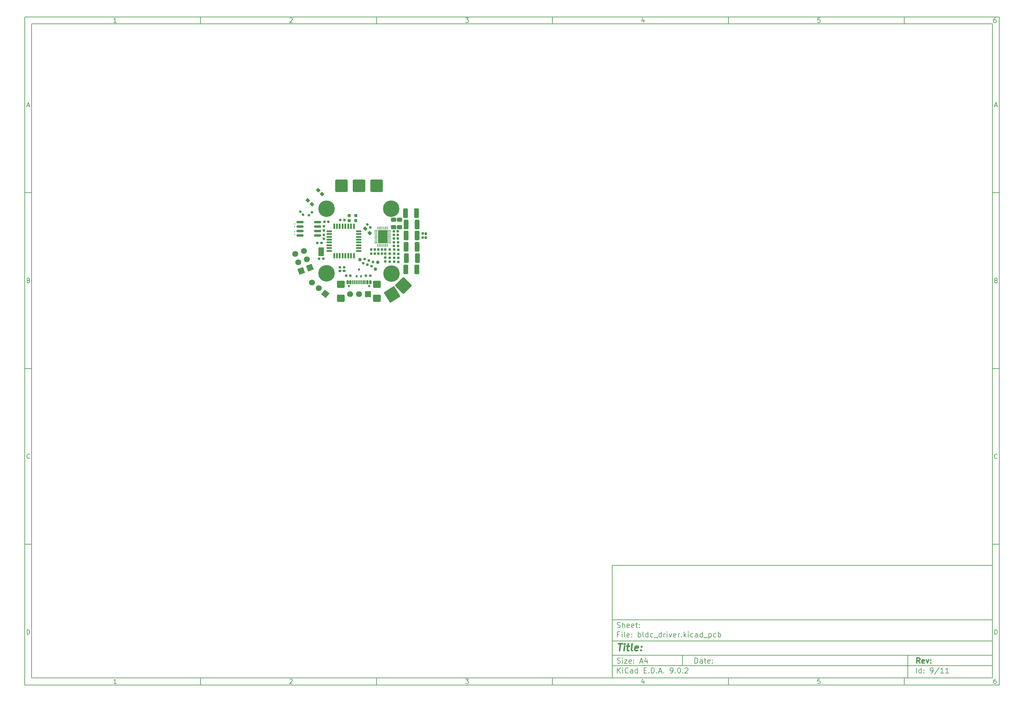
<source format=gbr>
%TF.GenerationSoftware,KiCad,Pcbnew,9.0.2-9.0.2-0~ubuntu22.04.1*%
%TF.CreationDate,2025-07-02T18:49:19+10:00*%
%TF.ProjectId,bldc_driver,626c6463-5f64-4726-9976-65722e6b6963,rev?*%
%TF.SameCoordinates,Original*%
%TF.FileFunction,Soldermask,Top*%
%TF.FilePolarity,Negative*%
%FSLAX46Y46*%
G04 Gerber Fmt 4.6, Leading zero omitted, Abs format (unit mm)*
G04 Created by KiCad (PCBNEW 9.0.2-9.0.2-0~ubuntu22.04.1) date 2025-07-02 18:49:19*
%MOMM*%
%LPD*%
G01*
G04 APERTURE LIST*
G04 Aperture macros list*
%AMRoundRect*
0 Rectangle with rounded corners*
0 $1 Rounding radius*
0 $2 $3 $4 $5 $6 $7 $8 $9 X,Y pos of 4 corners*
0 Add a 4 corners polygon primitive as box body*
4,1,4,$2,$3,$4,$5,$6,$7,$8,$9,$2,$3,0*
0 Add four circle primitives for the rounded corners*
1,1,$1+$1,$2,$3*
1,1,$1+$1,$4,$5*
1,1,$1+$1,$6,$7*
1,1,$1+$1,$8,$9*
0 Add four rect primitives between the rounded corners*
20,1,$1+$1,$2,$3,$4,$5,0*
20,1,$1+$1,$4,$5,$6,$7,0*
20,1,$1+$1,$6,$7,$8,$9,0*
20,1,$1+$1,$8,$9,$2,$3,0*%
%AMRotRect*
0 Rectangle, with rotation*
0 The origin of the aperture is its center*
0 $1 length*
0 $2 width*
0 $3 Rotation angle, in degrees counterclockwise*
0 Add horizontal line*
21,1,$1,$2,0,0,$3*%
%AMFreePoly0*
4,1,6,1.000000,0.000000,0.500000,-0.750000,-0.500000,-0.750000,-0.500000,0.750000,0.500000,0.750000,1.000000,0.000000,1.000000,0.000000,$1*%
%AMFreePoly1*
4,1,6,0.500000,-0.750000,-0.650000,-0.750000,-0.150000,0.000000,-0.650000,0.750000,0.500000,0.750000,0.500000,-0.750000,0.500000,-0.750000,$1*%
G04 Aperture macros list end*
%ADD10C,0.100000*%
%ADD11C,0.150000*%
%ADD12C,0.300000*%
%ADD13C,0.400000*%
%ADD14RotRect,0.900000X1.000000X45.000000*%
%ADD15RoundRect,0.250002X-1.499998X-1.499998X1.499998X-1.499998X1.499998X1.499998X-1.499998X1.499998X0*%
%ADD16RoundRect,0.160000X-0.197500X-0.160000X0.197500X-0.160000X0.197500X0.160000X-0.197500X0.160000X0*%
%ADD17RoundRect,0.160000X0.160000X-0.197500X0.160000X0.197500X-0.160000X0.197500X-0.160000X-0.197500X0*%
%ADD18RoundRect,0.250000X0.475000X-0.337500X0.475000X0.337500X-0.475000X0.337500X-0.475000X-0.337500X0*%
%ADD19RoundRect,0.155000X-0.155000X0.212500X-0.155000X-0.212500X0.155000X-0.212500X0.155000X0.212500X0*%
%ADD20RoundRect,0.250000X0.412500X1.100000X-0.412500X1.100000X-0.412500X-1.100000X0.412500X-1.100000X0*%
%ADD21RoundRect,0.155000X-0.212500X-0.155000X0.212500X-0.155000X0.212500X0.155000X-0.212500X0.155000X0*%
%ADD22RoundRect,0.125000X-0.125000X0.625000X-0.125000X-0.625000X0.125000X-0.625000X0.125000X0.625000X0*%
%ADD23RoundRect,0.125000X-0.625000X0.125000X-0.625000X-0.125000X0.625000X-0.125000X0.625000X0.125000X0*%
%ADD24C,0.650000*%
%ADD25RoundRect,0.150000X-0.150000X-0.425000X0.150000X-0.425000X0.150000X0.425000X-0.150000X0.425000X0*%
%ADD26RoundRect,0.075000X-0.075000X-0.500000X0.075000X-0.500000X0.075000X0.500000X-0.075000X0.500000X0*%
%ADD27RoundRect,0.250000X-0.840000X-0.750000X0.840000X-0.750000X0.840000X0.750000X-0.840000X0.750000X0*%
%ADD28RoundRect,0.160000X-0.160000X0.197500X-0.160000X-0.197500X0.160000X-0.197500X0.160000X0.197500X0*%
%ADD29RoundRect,0.237500X-0.380070X0.044194X0.044194X-0.380070X0.380070X-0.044194X-0.044194X0.380070X0*%
%ADD30C,3.100000*%
%ADD31C,4.700000*%
%ADD32RoundRect,0.160000X0.222500X0.160000X-0.222500X0.160000X-0.222500X-0.160000X0.222500X-0.160000X0*%
%ADD33RoundRect,0.160000X0.197500X0.160000X-0.197500X0.160000X-0.197500X-0.160000X0.197500X-0.160000X0*%
%ADD34RoundRect,0.155000X0.212500X0.155000X-0.212500X0.155000X-0.212500X-0.155000X0.212500X-0.155000X0*%
%ADD35RoundRect,0.160000X-0.160000X0.222500X-0.160000X-0.222500X0.160000X-0.222500X0.160000X0.222500X0*%
%ADD36RoundRect,0.160000X0.026517X0.252791X-0.252791X-0.026517X-0.026517X-0.252791X0.252791X0.026517X0*%
%ADD37RoundRect,0.155000X0.259862X-0.040659X-0.040659X0.259862X-0.259862X0.040659X0.040659X-0.259862X0*%
%ADD38RotRect,1.700000X1.700000X200.000000*%
%ADD39C,1.700000*%
%ADD40RoundRect,0.062500X0.062500X-0.117500X0.062500X0.117500X-0.062500X0.117500X-0.062500X-0.117500X0*%
%ADD41RoundRect,0.155000X0.155000X-0.212500X0.155000X0.212500X-0.155000X0.212500X-0.155000X-0.212500X0*%
%ADD42R,1.700000X1.700000*%
%ADD43RoundRect,0.250000X-0.412500X-1.100000X0.412500X-1.100000X0.412500X1.100000X-0.412500X1.100000X0*%
%ADD44RoundRect,0.250002X-2.071034X0.459137X-0.459137X-2.071034X2.071034X-0.459137X0.459137X2.071034X0*%
%ADD45RoundRect,0.112500X-0.112500X-0.237500X0.112500X-0.237500X0.112500X0.237500X-0.112500X0.237500X0*%
%ADD46R,0.812800X0.203200*%
%ADD47R,0.203200X0.812800*%
%ADD48R,2.794000X3.810000*%
%ADD49C,0.990600*%
%ADD50C,0.787400*%
%ADD51RoundRect,0.250002X0.000000X-2.121318X2.121318X0.000000X0.000000X2.121318X-2.121318X0.000000X0*%
%ADD52RoundRect,0.250000X-0.475000X0.337500X-0.475000X-0.337500X0.475000X-0.337500X0.475000X0.337500X0*%
%ADD53RoundRect,0.200000X-0.250000X0.200000X-0.250000X-0.200000X0.250000X-0.200000X0.250000X0.200000X0*%
%ADD54RotRect,1.700000X1.700000X230.000000*%
%ADD55RoundRect,0.062500X-0.062500X0.117500X-0.062500X-0.117500X0.062500X-0.117500X0.062500X0.117500X0*%
%ADD56FreePoly0,90.000000*%
%ADD57FreePoly1,90.000000*%
%ADD58RoundRect,0.150000X0.825000X0.150000X-0.825000X0.150000X-0.825000X-0.150000X0.825000X-0.150000X0*%
G04 APERTURE END LIST*
D10*
D11*
X177002200Y-166007200D02*
X285002200Y-166007200D01*
X285002200Y-198007200D01*
X177002200Y-198007200D01*
X177002200Y-166007200D01*
D10*
D11*
X10000000Y-10000000D02*
X287002200Y-10000000D01*
X287002200Y-200007200D01*
X10000000Y-200007200D01*
X10000000Y-10000000D01*
D10*
D11*
X12000000Y-12000000D02*
X285002200Y-12000000D01*
X285002200Y-198007200D01*
X12000000Y-198007200D01*
X12000000Y-12000000D01*
D10*
D11*
X60000000Y-12000000D02*
X60000000Y-10000000D01*
D10*
D11*
X110000000Y-12000000D02*
X110000000Y-10000000D01*
D10*
D11*
X160000000Y-12000000D02*
X160000000Y-10000000D01*
D10*
D11*
X210000000Y-12000000D02*
X210000000Y-10000000D01*
D10*
D11*
X260000000Y-12000000D02*
X260000000Y-10000000D01*
D10*
D11*
X36089160Y-11593604D02*
X35346303Y-11593604D01*
X35717731Y-11593604D02*
X35717731Y-10293604D01*
X35717731Y-10293604D02*
X35593922Y-10479319D01*
X35593922Y-10479319D02*
X35470112Y-10603128D01*
X35470112Y-10603128D02*
X35346303Y-10665033D01*
D10*
D11*
X85346303Y-10417414D02*
X85408207Y-10355509D01*
X85408207Y-10355509D02*
X85532017Y-10293604D01*
X85532017Y-10293604D02*
X85841541Y-10293604D01*
X85841541Y-10293604D02*
X85965350Y-10355509D01*
X85965350Y-10355509D02*
X86027255Y-10417414D01*
X86027255Y-10417414D02*
X86089160Y-10541223D01*
X86089160Y-10541223D02*
X86089160Y-10665033D01*
X86089160Y-10665033D02*
X86027255Y-10850747D01*
X86027255Y-10850747D02*
X85284398Y-11593604D01*
X85284398Y-11593604D02*
X86089160Y-11593604D01*
D10*
D11*
X135284398Y-10293604D02*
X136089160Y-10293604D01*
X136089160Y-10293604D02*
X135655826Y-10788842D01*
X135655826Y-10788842D02*
X135841541Y-10788842D01*
X135841541Y-10788842D02*
X135965350Y-10850747D01*
X135965350Y-10850747D02*
X136027255Y-10912652D01*
X136027255Y-10912652D02*
X136089160Y-11036461D01*
X136089160Y-11036461D02*
X136089160Y-11345985D01*
X136089160Y-11345985D02*
X136027255Y-11469795D01*
X136027255Y-11469795D02*
X135965350Y-11531700D01*
X135965350Y-11531700D02*
X135841541Y-11593604D01*
X135841541Y-11593604D02*
X135470112Y-11593604D01*
X135470112Y-11593604D02*
X135346303Y-11531700D01*
X135346303Y-11531700D02*
X135284398Y-11469795D01*
D10*
D11*
X185965350Y-10726938D02*
X185965350Y-11593604D01*
X185655826Y-10231700D02*
X185346303Y-11160271D01*
X185346303Y-11160271D02*
X186151064Y-11160271D01*
D10*
D11*
X236027255Y-10293604D02*
X235408207Y-10293604D01*
X235408207Y-10293604D02*
X235346303Y-10912652D01*
X235346303Y-10912652D02*
X235408207Y-10850747D01*
X235408207Y-10850747D02*
X235532017Y-10788842D01*
X235532017Y-10788842D02*
X235841541Y-10788842D01*
X235841541Y-10788842D02*
X235965350Y-10850747D01*
X235965350Y-10850747D02*
X236027255Y-10912652D01*
X236027255Y-10912652D02*
X236089160Y-11036461D01*
X236089160Y-11036461D02*
X236089160Y-11345985D01*
X236089160Y-11345985D02*
X236027255Y-11469795D01*
X236027255Y-11469795D02*
X235965350Y-11531700D01*
X235965350Y-11531700D02*
X235841541Y-11593604D01*
X235841541Y-11593604D02*
X235532017Y-11593604D01*
X235532017Y-11593604D02*
X235408207Y-11531700D01*
X235408207Y-11531700D02*
X235346303Y-11469795D01*
D10*
D11*
X285965350Y-10293604D02*
X285717731Y-10293604D01*
X285717731Y-10293604D02*
X285593922Y-10355509D01*
X285593922Y-10355509D02*
X285532017Y-10417414D01*
X285532017Y-10417414D02*
X285408207Y-10603128D01*
X285408207Y-10603128D02*
X285346303Y-10850747D01*
X285346303Y-10850747D02*
X285346303Y-11345985D01*
X285346303Y-11345985D02*
X285408207Y-11469795D01*
X285408207Y-11469795D02*
X285470112Y-11531700D01*
X285470112Y-11531700D02*
X285593922Y-11593604D01*
X285593922Y-11593604D02*
X285841541Y-11593604D01*
X285841541Y-11593604D02*
X285965350Y-11531700D01*
X285965350Y-11531700D02*
X286027255Y-11469795D01*
X286027255Y-11469795D02*
X286089160Y-11345985D01*
X286089160Y-11345985D02*
X286089160Y-11036461D01*
X286089160Y-11036461D02*
X286027255Y-10912652D01*
X286027255Y-10912652D02*
X285965350Y-10850747D01*
X285965350Y-10850747D02*
X285841541Y-10788842D01*
X285841541Y-10788842D02*
X285593922Y-10788842D01*
X285593922Y-10788842D02*
X285470112Y-10850747D01*
X285470112Y-10850747D02*
X285408207Y-10912652D01*
X285408207Y-10912652D02*
X285346303Y-11036461D01*
D10*
D11*
X60000000Y-198007200D02*
X60000000Y-200007200D01*
D10*
D11*
X110000000Y-198007200D02*
X110000000Y-200007200D01*
D10*
D11*
X160000000Y-198007200D02*
X160000000Y-200007200D01*
D10*
D11*
X210000000Y-198007200D02*
X210000000Y-200007200D01*
D10*
D11*
X260000000Y-198007200D02*
X260000000Y-200007200D01*
D10*
D11*
X36089160Y-199600804D02*
X35346303Y-199600804D01*
X35717731Y-199600804D02*
X35717731Y-198300804D01*
X35717731Y-198300804D02*
X35593922Y-198486519D01*
X35593922Y-198486519D02*
X35470112Y-198610328D01*
X35470112Y-198610328D02*
X35346303Y-198672233D01*
D10*
D11*
X85346303Y-198424614D02*
X85408207Y-198362709D01*
X85408207Y-198362709D02*
X85532017Y-198300804D01*
X85532017Y-198300804D02*
X85841541Y-198300804D01*
X85841541Y-198300804D02*
X85965350Y-198362709D01*
X85965350Y-198362709D02*
X86027255Y-198424614D01*
X86027255Y-198424614D02*
X86089160Y-198548423D01*
X86089160Y-198548423D02*
X86089160Y-198672233D01*
X86089160Y-198672233D02*
X86027255Y-198857947D01*
X86027255Y-198857947D02*
X85284398Y-199600804D01*
X85284398Y-199600804D02*
X86089160Y-199600804D01*
D10*
D11*
X135284398Y-198300804D02*
X136089160Y-198300804D01*
X136089160Y-198300804D02*
X135655826Y-198796042D01*
X135655826Y-198796042D02*
X135841541Y-198796042D01*
X135841541Y-198796042D02*
X135965350Y-198857947D01*
X135965350Y-198857947D02*
X136027255Y-198919852D01*
X136027255Y-198919852D02*
X136089160Y-199043661D01*
X136089160Y-199043661D02*
X136089160Y-199353185D01*
X136089160Y-199353185D02*
X136027255Y-199476995D01*
X136027255Y-199476995D02*
X135965350Y-199538900D01*
X135965350Y-199538900D02*
X135841541Y-199600804D01*
X135841541Y-199600804D02*
X135470112Y-199600804D01*
X135470112Y-199600804D02*
X135346303Y-199538900D01*
X135346303Y-199538900D02*
X135284398Y-199476995D01*
D10*
D11*
X185965350Y-198734138D02*
X185965350Y-199600804D01*
X185655826Y-198238900D02*
X185346303Y-199167471D01*
X185346303Y-199167471D02*
X186151064Y-199167471D01*
D10*
D11*
X236027255Y-198300804D02*
X235408207Y-198300804D01*
X235408207Y-198300804D02*
X235346303Y-198919852D01*
X235346303Y-198919852D02*
X235408207Y-198857947D01*
X235408207Y-198857947D02*
X235532017Y-198796042D01*
X235532017Y-198796042D02*
X235841541Y-198796042D01*
X235841541Y-198796042D02*
X235965350Y-198857947D01*
X235965350Y-198857947D02*
X236027255Y-198919852D01*
X236027255Y-198919852D02*
X236089160Y-199043661D01*
X236089160Y-199043661D02*
X236089160Y-199353185D01*
X236089160Y-199353185D02*
X236027255Y-199476995D01*
X236027255Y-199476995D02*
X235965350Y-199538900D01*
X235965350Y-199538900D02*
X235841541Y-199600804D01*
X235841541Y-199600804D02*
X235532017Y-199600804D01*
X235532017Y-199600804D02*
X235408207Y-199538900D01*
X235408207Y-199538900D02*
X235346303Y-199476995D01*
D10*
D11*
X285965350Y-198300804D02*
X285717731Y-198300804D01*
X285717731Y-198300804D02*
X285593922Y-198362709D01*
X285593922Y-198362709D02*
X285532017Y-198424614D01*
X285532017Y-198424614D02*
X285408207Y-198610328D01*
X285408207Y-198610328D02*
X285346303Y-198857947D01*
X285346303Y-198857947D02*
X285346303Y-199353185D01*
X285346303Y-199353185D02*
X285408207Y-199476995D01*
X285408207Y-199476995D02*
X285470112Y-199538900D01*
X285470112Y-199538900D02*
X285593922Y-199600804D01*
X285593922Y-199600804D02*
X285841541Y-199600804D01*
X285841541Y-199600804D02*
X285965350Y-199538900D01*
X285965350Y-199538900D02*
X286027255Y-199476995D01*
X286027255Y-199476995D02*
X286089160Y-199353185D01*
X286089160Y-199353185D02*
X286089160Y-199043661D01*
X286089160Y-199043661D02*
X286027255Y-198919852D01*
X286027255Y-198919852D02*
X285965350Y-198857947D01*
X285965350Y-198857947D02*
X285841541Y-198796042D01*
X285841541Y-198796042D02*
X285593922Y-198796042D01*
X285593922Y-198796042D02*
X285470112Y-198857947D01*
X285470112Y-198857947D02*
X285408207Y-198919852D01*
X285408207Y-198919852D02*
X285346303Y-199043661D01*
D10*
D11*
X10000000Y-60000000D02*
X12000000Y-60000000D01*
D10*
D11*
X10000000Y-110000000D02*
X12000000Y-110000000D01*
D10*
D11*
X10000000Y-160000000D02*
X12000000Y-160000000D01*
D10*
D11*
X10690476Y-35222176D02*
X11309523Y-35222176D01*
X10566666Y-35593604D02*
X10999999Y-34293604D01*
X10999999Y-34293604D02*
X11433333Y-35593604D01*
D10*
D11*
X11092857Y-84912652D02*
X11278571Y-84974557D01*
X11278571Y-84974557D02*
X11340476Y-85036461D01*
X11340476Y-85036461D02*
X11402380Y-85160271D01*
X11402380Y-85160271D02*
X11402380Y-85345985D01*
X11402380Y-85345985D02*
X11340476Y-85469795D01*
X11340476Y-85469795D02*
X11278571Y-85531700D01*
X11278571Y-85531700D02*
X11154761Y-85593604D01*
X11154761Y-85593604D02*
X10659523Y-85593604D01*
X10659523Y-85593604D02*
X10659523Y-84293604D01*
X10659523Y-84293604D02*
X11092857Y-84293604D01*
X11092857Y-84293604D02*
X11216666Y-84355509D01*
X11216666Y-84355509D02*
X11278571Y-84417414D01*
X11278571Y-84417414D02*
X11340476Y-84541223D01*
X11340476Y-84541223D02*
X11340476Y-84665033D01*
X11340476Y-84665033D02*
X11278571Y-84788842D01*
X11278571Y-84788842D02*
X11216666Y-84850747D01*
X11216666Y-84850747D02*
X11092857Y-84912652D01*
X11092857Y-84912652D02*
X10659523Y-84912652D01*
D10*
D11*
X11402380Y-135469795D02*
X11340476Y-135531700D01*
X11340476Y-135531700D02*
X11154761Y-135593604D01*
X11154761Y-135593604D02*
X11030952Y-135593604D01*
X11030952Y-135593604D02*
X10845238Y-135531700D01*
X10845238Y-135531700D02*
X10721428Y-135407890D01*
X10721428Y-135407890D02*
X10659523Y-135284080D01*
X10659523Y-135284080D02*
X10597619Y-135036461D01*
X10597619Y-135036461D02*
X10597619Y-134850747D01*
X10597619Y-134850747D02*
X10659523Y-134603128D01*
X10659523Y-134603128D02*
X10721428Y-134479319D01*
X10721428Y-134479319D02*
X10845238Y-134355509D01*
X10845238Y-134355509D02*
X11030952Y-134293604D01*
X11030952Y-134293604D02*
X11154761Y-134293604D01*
X11154761Y-134293604D02*
X11340476Y-134355509D01*
X11340476Y-134355509D02*
X11402380Y-134417414D01*
D10*
D11*
X10659523Y-185593604D02*
X10659523Y-184293604D01*
X10659523Y-184293604D02*
X10969047Y-184293604D01*
X10969047Y-184293604D02*
X11154761Y-184355509D01*
X11154761Y-184355509D02*
X11278571Y-184479319D01*
X11278571Y-184479319D02*
X11340476Y-184603128D01*
X11340476Y-184603128D02*
X11402380Y-184850747D01*
X11402380Y-184850747D02*
X11402380Y-185036461D01*
X11402380Y-185036461D02*
X11340476Y-185284080D01*
X11340476Y-185284080D02*
X11278571Y-185407890D01*
X11278571Y-185407890D02*
X11154761Y-185531700D01*
X11154761Y-185531700D02*
X10969047Y-185593604D01*
X10969047Y-185593604D02*
X10659523Y-185593604D01*
D10*
D11*
X287002200Y-60000000D02*
X285002200Y-60000000D01*
D10*
D11*
X287002200Y-110000000D02*
X285002200Y-110000000D01*
D10*
D11*
X287002200Y-160000000D02*
X285002200Y-160000000D01*
D10*
D11*
X285692676Y-35222176D02*
X286311723Y-35222176D01*
X285568866Y-35593604D02*
X286002199Y-34293604D01*
X286002199Y-34293604D02*
X286435533Y-35593604D01*
D10*
D11*
X286095057Y-84912652D02*
X286280771Y-84974557D01*
X286280771Y-84974557D02*
X286342676Y-85036461D01*
X286342676Y-85036461D02*
X286404580Y-85160271D01*
X286404580Y-85160271D02*
X286404580Y-85345985D01*
X286404580Y-85345985D02*
X286342676Y-85469795D01*
X286342676Y-85469795D02*
X286280771Y-85531700D01*
X286280771Y-85531700D02*
X286156961Y-85593604D01*
X286156961Y-85593604D02*
X285661723Y-85593604D01*
X285661723Y-85593604D02*
X285661723Y-84293604D01*
X285661723Y-84293604D02*
X286095057Y-84293604D01*
X286095057Y-84293604D02*
X286218866Y-84355509D01*
X286218866Y-84355509D02*
X286280771Y-84417414D01*
X286280771Y-84417414D02*
X286342676Y-84541223D01*
X286342676Y-84541223D02*
X286342676Y-84665033D01*
X286342676Y-84665033D02*
X286280771Y-84788842D01*
X286280771Y-84788842D02*
X286218866Y-84850747D01*
X286218866Y-84850747D02*
X286095057Y-84912652D01*
X286095057Y-84912652D02*
X285661723Y-84912652D01*
D10*
D11*
X286404580Y-135469795D02*
X286342676Y-135531700D01*
X286342676Y-135531700D02*
X286156961Y-135593604D01*
X286156961Y-135593604D02*
X286033152Y-135593604D01*
X286033152Y-135593604D02*
X285847438Y-135531700D01*
X285847438Y-135531700D02*
X285723628Y-135407890D01*
X285723628Y-135407890D02*
X285661723Y-135284080D01*
X285661723Y-135284080D02*
X285599819Y-135036461D01*
X285599819Y-135036461D02*
X285599819Y-134850747D01*
X285599819Y-134850747D02*
X285661723Y-134603128D01*
X285661723Y-134603128D02*
X285723628Y-134479319D01*
X285723628Y-134479319D02*
X285847438Y-134355509D01*
X285847438Y-134355509D02*
X286033152Y-134293604D01*
X286033152Y-134293604D02*
X286156961Y-134293604D01*
X286156961Y-134293604D02*
X286342676Y-134355509D01*
X286342676Y-134355509D02*
X286404580Y-134417414D01*
D10*
D11*
X285661723Y-185593604D02*
X285661723Y-184293604D01*
X285661723Y-184293604D02*
X285971247Y-184293604D01*
X285971247Y-184293604D02*
X286156961Y-184355509D01*
X286156961Y-184355509D02*
X286280771Y-184479319D01*
X286280771Y-184479319D02*
X286342676Y-184603128D01*
X286342676Y-184603128D02*
X286404580Y-184850747D01*
X286404580Y-184850747D02*
X286404580Y-185036461D01*
X286404580Y-185036461D02*
X286342676Y-185284080D01*
X286342676Y-185284080D02*
X286280771Y-185407890D01*
X286280771Y-185407890D02*
X286156961Y-185531700D01*
X286156961Y-185531700D02*
X285971247Y-185593604D01*
X285971247Y-185593604D02*
X285661723Y-185593604D01*
D10*
D11*
X200458026Y-193793328D02*
X200458026Y-192293328D01*
X200458026Y-192293328D02*
X200815169Y-192293328D01*
X200815169Y-192293328D02*
X201029455Y-192364757D01*
X201029455Y-192364757D02*
X201172312Y-192507614D01*
X201172312Y-192507614D02*
X201243741Y-192650471D01*
X201243741Y-192650471D02*
X201315169Y-192936185D01*
X201315169Y-192936185D02*
X201315169Y-193150471D01*
X201315169Y-193150471D02*
X201243741Y-193436185D01*
X201243741Y-193436185D02*
X201172312Y-193579042D01*
X201172312Y-193579042D02*
X201029455Y-193721900D01*
X201029455Y-193721900D02*
X200815169Y-193793328D01*
X200815169Y-193793328D02*
X200458026Y-193793328D01*
X202600884Y-193793328D02*
X202600884Y-193007614D01*
X202600884Y-193007614D02*
X202529455Y-192864757D01*
X202529455Y-192864757D02*
X202386598Y-192793328D01*
X202386598Y-192793328D02*
X202100884Y-192793328D01*
X202100884Y-192793328D02*
X201958026Y-192864757D01*
X202600884Y-193721900D02*
X202458026Y-193793328D01*
X202458026Y-193793328D02*
X202100884Y-193793328D01*
X202100884Y-193793328D02*
X201958026Y-193721900D01*
X201958026Y-193721900D02*
X201886598Y-193579042D01*
X201886598Y-193579042D02*
X201886598Y-193436185D01*
X201886598Y-193436185D02*
X201958026Y-193293328D01*
X201958026Y-193293328D02*
X202100884Y-193221900D01*
X202100884Y-193221900D02*
X202458026Y-193221900D01*
X202458026Y-193221900D02*
X202600884Y-193150471D01*
X203100884Y-192793328D02*
X203672312Y-192793328D01*
X203315169Y-192293328D02*
X203315169Y-193579042D01*
X203315169Y-193579042D02*
X203386598Y-193721900D01*
X203386598Y-193721900D02*
X203529455Y-193793328D01*
X203529455Y-193793328D02*
X203672312Y-193793328D01*
X204743741Y-193721900D02*
X204600884Y-193793328D01*
X204600884Y-193793328D02*
X204315170Y-193793328D01*
X204315170Y-193793328D02*
X204172312Y-193721900D01*
X204172312Y-193721900D02*
X204100884Y-193579042D01*
X204100884Y-193579042D02*
X204100884Y-193007614D01*
X204100884Y-193007614D02*
X204172312Y-192864757D01*
X204172312Y-192864757D02*
X204315170Y-192793328D01*
X204315170Y-192793328D02*
X204600884Y-192793328D01*
X204600884Y-192793328D02*
X204743741Y-192864757D01*
X204743741Y-192864757D02*
X204815170Y-193007614D01*
X204815170Y-193007614D02*
X204815170Y-193150471D01*
X204815170Y-193150471D02*
X204100884Y-193293328D01*
X205458026Y-193650471D02*
X205529455Y-193721900D01*
X205529455Y-193721900D02*
X205458026Y-193793328D01*
X205458026Y-193793328D02*
X205386598Y-193721900D01*
X205386598Y-193721900D02*
X205458026Y-193650471D01*
X205458026Y-193650471D02*
X205458026Y-193793328D01*
X205458026Y-192864757D02*
X205529455Y-192936185D01*
X205529455Y-192936185D02*
X205458026Y-193007614D01*
X205458026Y-193007614D02*
X205386598Y-192936185D01*
X205386598Y-192936185D02*
X205458026Y-192864757D01*
X205458026Y-192864757D02*
X205458026Y-193007614D01*
D10*
D11*
X177002200Y-194507200D02*
X285002200Y-194507200D01*
D10*
D11*
X178458026Y-196593328D02*
X178458026Y-195093328D01*
X179315169Y-196593328D02*
X178672312Y-195736185D01*
X179315169Y-195093328D02*
X178458026Y-195950471D01*
X179958026Y-196593328D02*
X179958026Y-195593328D01*
X179958026Y-195093328D02*
X179886598Y-195164757D01*
X179886598Y-195164757D02*
X179958026Y-195236185D01*
X179958026Y-195236185D02*
X180029455Y-195164757D01*
X180029455Y-195164757D02*
X179958026Y-195093328D01*
X179958026Y-195093328D02*
X179958026Y-195236185D01*
X181529455Y-196450471D02*
X181458027Y-196521900D01*
X181458027Y-196521900D02*
X181243741Y-196593328D01*
X181243741Y-196593328D02*
X181100884Y-196593328D01*
X181100884Y-196593328D02*
X180886598Y-196521900D01*
X180886598Y-196521900D02*
X180743741Y-196379042D01*
X180743741Y-196379042D02*
X180672312Y-196236185D01*
X180672312Y-196236185D02*
X180600884Y-195950471D01*
X180600884Y-195950471D02*
X180600884Y-195736185D01*
X180600884Y-195736185D02*
X180672312Y-195450471D01*
X180672312Y-195450471D02*
X180743741Y-195307614D01*
X180743741Y-195307614D02*
X180886598Y-195164757D01*
X180886598Y-195164757D02*
X181100884Y-195093328D01*
X181100884Y-195093328D02*
X181243741Y-195093328D01*
X181243741Y-195093328D02*
X181458027Y-195164757D01*
X181458027Y-195164757D02*
X181529455Y-195236185D01*
X182815170Y-196593328D02*
X182815170Y-195807614D01*
X182815170Y-195807614D02*
X182743741Y-195664757D01*
X182743741Y-195664757D02*
X182600884Y-195593328D01*
X182600884Y-195593328D02*
X182315170Y-195593328D01*
X182315170Y-195593328D02*
X182172312Y-195664757D01*
X182815170Y-196521900D02*
X182672312Y-196593328D01*
X182672312Y-196593328D02*
X182315170Y-196593328D01*
X182315170Y-196593328D02*
X182172312Y-196521900D01*
X182172312Y-196521900D02*
X182100884Y-196379042D01*
X182100884Y-196379042D02*
X182100884Y-196236185D01*
X182100884Y-196236185D02*
X182172312Y-196093328D01*
X182172312Y-196093328D02*
X182315170Y-196021900D01*
X182315170Y-196021900D02*
X182672312Y-196021900D01*
X182672312Y-196021900D02*
X182815170Y-195950471D01*
X184172313Y-196593328D02*
X184172313Y-195093328D01*
X184172313Y-196521900D02*
X184029455Y-196593328D01*
X184029455Y-196593328D02*
X183743741Y-196593328D01*
X183743741Y-196593328D02*
X183600884Y-196521900D01*
X183600884Y-196521900D02*
X183529455Y-196450471D01*
X183529455Y-196450471D02*
X183458027Y-196307614D01*
X183458027Y-196307614D02*
X183458027Y-195879042D01*
X183458027Y-195879042D02*
X183529455Y-195736185D01*
X183529455Y-195736185D02*
X183600884Y-195664757D01*
X183600884Y-195664757D02*
X183743741Y-195593328D01*
X183743741Y-195593328D02*
X184029455Y-195593328D01*
X184029455Y-195593328D02*
X184172313Y-195664757D01*
X186029455Y-195807614D02*
X186529455Y-195807614D01*
X186743741Y-196593328D02*
X186029455Y-196593328D01*
X186029455Y-196593328D02*
X186029455Y-195093328D01*
X186029455Y-195093328D02*
X186743741Y-195093328D01*
X187386598Y-196450471D02*
X187458027Y-196521900D01*
X187458027Y-196521900D02*
X187386598Y-196593328D01*
X187386598Y-196593328D02*
X187315170Y-196521900D01*
X187315170Y-196521900D02*
X187386598Y-196450471D01*
X187386598Y-196450471D02*
X187386598Y-196593328D01*
X188100884Y-196593328D02*
X188100884Y-195093328D01*
X188100884Y-195093328D02*
X188458027Y-195093328D01*
X188458027Y-195093328D02*
X188672313Y-195164757D01*
X188672313Y-195164757D02*
X188815170Y-195307614D01*
X188815170Y-195307614D02*
X188886599Y-195450471D01*
X188886599Y-195450471D02*
X188958027Y-195736185D01*
X188958027Y-195736185D02*
X188958027Y-195950471D01*
X188958027Y-195950471D02*
X188886599Y-196236185D01*
X188886599Y-196236185D02*
X188815170Y-196379042D01*
X188815170Y-196379042D02*
X188672313Y-196521900D01*
X188672313Y-196521900D02*
X188458027Y-196593328D01*
X188458027Y-196593328D02*
X188100884Y-196593328D01*
X189600884Y-196450471D02*
X189672313Y-196521900D01*
X189672313Y-196521900D02*
X189600884Y-196593328D01*
X189600884Y-196593328D02*
X189529456Y-196521900D01*
X189529456Y-196521900D02*
X189600884Y-196450471D01*
X189600884Y-196450471D02*
X189600884Y-196593328D01*
X190243742Y-196164757D02*
X190958028Y-196164757D01*
X190100885Y-196593328D02*
X190600885Y-195093328D01*
X190600885Y-195093328D02*
X191100885Y-196593328D01*
X191600884Y-196450471D02*
X191672313Y-196521900D01*
X191672313Y-196521900D02*
X191600884Y-196593328D01*
X191600884Y-196593328D02*
X191529456Y-196521900D01*
X191529456Y-196521900D02*
X191600884Y-196450471D01*
X191600884Y-196450471D02*
X191600884Y-196593328D01*
X193529456Y-196593328D02*
X193815170Y-196593328D01*
X193815170Y-196593328D02*
X193958027Y-196521900D01*
X193958027Y-196521900D02*
X194029456Y-196450471D01*
X194029456Y-196450471D02*
X194172313Y-196236185D01*
X194172313Y-196236185D02*
X194243742Y-195950471D01*
X194243742Y-195950471D02*
X194243742Y-195379042D01*
X194243742Y-195379042D02*
X194172313Y-195236185D01*
X194172313Y-195236185D02*
X194100885Y-195164757D01*
X194100885Y-195164757D02*
X193958027Y-195093328D01*
X193958027Y-195093328D02*
X193672313Y-195093328D01*
X193672313Y-195093328D02*
X193529456Y-195164757D01*
X193529456Y-195164757D02*
X193458027Y-195236185D01*
X193458027Y-195236185D02*
X193386599Y-195379042D01*
X193386599Y-195379042D02*
X193386599Y-195736185D01*
X193386599Y-195736185D02*
X193458027Y-195879042D01*
X193458027Y-195879042D02*
X193529456Y-195950471D01*
X193529456Y-195950471D02*
X193672313Y-196021900D01*
X193672313Y-196021900D02*
X193958027Y-196021900D01*
X193958027Y-196021900D02*
X194100885Y-195950471D01*
X194100885Y-195950471D02*
X194172313Y-195879042D01*
X194172313Y-195879042D02*
X194243742Y-195736185D01*
X194886598Y-196450471D02*
X194958027Y-196521900D01*
X194958027Y-196521900D02*
X194886598Y-196593328D01*
X194886598Y-196593328D02*
X194815170Y-196521900D01*
X194815170Y-196521900D02*
X194886598Y-196450471D01*
X194886598Y-196450471D02*
X194886598Y-196593328D01*
X195886599Y-195093328D02*
X196029456Y-195093328D01*
X196029456Y-195093328D02*
X196172313Y-195164757D01*
X196172313Y-195164757D02*
X196243742Y-195236185D01*
X196243742Y-195236185D02*
X196315170Y-195379042D01*
X196315170Y-195379042D02*
X196386599Y-195664757D01*
X196386599Y-195664757D02*
X196386599Y-196021900D01*
X196386599Y-196021900D02*
X196315170Y-196307614D01*
X196315170Y-196307614D02*
X196243742Y-196450471D01*
X196243742Y-196450471D02*
X196172313Y-196521900D01*
X196172313Y-196521900D02*
X196029456Y-196593328D01*
X196029456Y-196593328D02*
X195886599Y-196593328D01*
X195886599Y-196593328D02*
X195743742Y-196521900D01*
X195743742Y-196521900D02*
X195672313Y-196450471D01*
X195672313Y-196450471D02*
X195600884Y-196307614D01*
X195600884Y-196307614D02*
X195529456Y-196021900D01*
X195529456Y-196021900D02*
X195529456Y-195664757D01*
X195529456Y-195664757D02*
X195600884Y-195379042D01*
X195600884Y-195379042D02*
X195672313Y-195236185D01*
X195672313Y-195236185D02*
X195743742Y-195164757D01*
X195743742Y-195164757D02*
X195886599Y-195093328D01*
X197029455Y-196450471D02*
X197100884Y-196521900D01*
X197100884Y-196521900D02*
X197029455Y-196593328D01*
X197029455Y-196593328D02*
X196958027Y-196521900D01*
X196958027Y-196521900D02*
X197029455Y-196450471D01*
X197029455Y-196450471D02*
X197029455Y-196593328D01*
X197672313Y-195236185D02*
X197743741Y-195164757D01*
X197743741Y-195164757D02*
X197886599Y-195093328D01*
X197886599Y-195093328D02*
X198243741Y-195093328D01*
X198243741Y-195093328D02*
X198386599Y-195164757D01*
X198386599Y-195164757D02*
X198458027Y-195236185D01*
X198458027Y-195236185D02*
X198529456Y-195379042D01*
X198529456Y-195379042D02*
X198529456Y-195521900D01*
X198529456Y-195521900D02*
X198458027Y-195736185D01*
X198458027Y-195736185D02*
X197600884Y-196593328D01*
X197600884Y-196593328D02*
X198529456Y-196593328D01*
D10*
D11*
X177002200Y-191507200D02*
X285002200Y-191507200D01*
D10*
D12*
X264413853Y-193785528D02*
X263913853Y-193071242D01*
X263556710Y-193785528D02*
X263556710Y-192285528D01*
X263556710Y-192285528D02*
X264128139Y-192285528D01*
X264128139Y-192285528D02*
X264270996Y-192356957D01*
X264270996Y-192356957D02*
X264342425Y-192428385D01*
X264342425Y-192428385D02*
X264413853Y-192571242D01*
X264413853Y-192571242D02*
X264413853Y-192785528D01*
X264413853Y-192785528D02*
X264342425Y-192928385D01*
X264342425Y-192928385D02*
X264270996Y-192999814D01*
X264270996Y-192999814D02*
X264128139Y-193071242D01*
X264128139Y-193071242D02*
X263556710Y-193071242D01*
X265628139Y-193714100D02*
X265485282Y-193785528D01*
X265485282Y-193785528D02*
X265199568Y-193785528D01*
X265199568Y-193785528D02*
X265056710Y-193714100D01*
X265056710Y-193714100D02*
X264985282Y-193571242D01*
X264985282Y-193571242D02*
X264985282Y-192999814D01*
X264985282Y-192999814D02*
X265056710Y-192856957D01*
X265056710Y-192856957D02*
X265199568Y-192785528D01*
X265199568Y-192785528D02*
X265485282Y-192785528D01*
X265485282Y-192785528D02*
X265628139Y-192856957D01*
X265628139Y-192856957D02*
X265699568Y-192999814D01*
X265699568Y-192999814D02*
X265699568Y-193142671D01*
X265699568Y-193142671D02*
X264985282Y-193285528D01*
X266199567Y-192785528D02*
X266556710Y-193785528D01*
X266556710Y-193785528D02*
X266913853Y-192785528D01*
X267485281Y-193642671D02*
X267556710Y-193714100D01*
X267556710Y-193714100D02*
X267485281Y-193785528D01*
X267485281Y-193785528D02*
X267413853Y-193714100D01*
X267413853Y-193714100D02*
X267485281Y-193642671D01*
X267485281Y-193642671D02*
X267485281Y-193785528D01*
X267485281Y-192856957D02*
X267556710Y-192928385D01*
X267556710Y-192928385D02*
X267485281Y-192999814D01*
X267485281Y-192999814D02*
X267413853Y-192928385D01*
X267413853Y-192928385D02*
X267485281Y-192856957D01*
X267485281Y-192856957D02*
X267485281Y-192999814D01*
D10*
D11*
X178386598Y-193721900D02*
X178600884Y-193793328D01*
X178600884Y-193793328D02*
X178958026Y-193793328D01*
X178958026Y-193793328D02*
X179100884Y-193721900D01*
X179100884Y-193721900D02*
X179172312Y-193650471D01*
X179172312Y-193650471D02*
X179243741Y-193507614D01*
X179243741Y-193507614D02*
X179243741Y-193364757D01*
X179243741Y-193364757D02*
X179172312Y-193221900D01*
X179172312Y-193221900D02*
X179100884Y-193150471D01*
X179100884Y-193150471D02*
X178958026Y-193079042D01*
X178958026Y-193079042D02*
X178672312Y-193007614D01*
X178672312Y-193007614D02*
X178529455Y-192936185D01*
X178529455Y-192936185D02*
X178458026Y-192864757D01*
X178458026Y-192864757D02*
X178386598Y-192721900D01*
X178386598Y-192721900D02*
X178386598Y-192579042D01*
X178386598Y-192579042D02*
X178458026Y-192436185D01*
X178458026Y-192436185D02*
X178529455Y-192364757D01*
X178529455Y-192364757D02*
X178672312Y-192293328D01*
X178672312Y-192293328D02*
X179029455Y-192293328D01*
X179029455Y-192293328D02*
X179243741Y-192364757D01*
X179886597Y-193793328D02*
X179886597Y-192793328D01*
X179886597Y-192293328D02*
X179815169Y-192364757D01*
X179815169Y-192364757D02*
X179886597Y-192436185D01*
X179886597Y-192436185D02*
X179958026Y-192364757D01*
X179958026Y-192364757D02*
X179886597Y-192293328D01*
X179886597Y-192293328D02*
X179886597Y-192436185D01*
X180458026Y-192793328D02*
X181243741Y-192793328D01*
X181243741Y-192793328D02*
X180458026Y-193793328D01*
X180458026Y-193793328D02*
X181243741Y-193793328D01*
X182386598Y-193721900D02*
X182243741Y-193793328D01*
X182243741Y-193793328D02*
X181958027Y-193793328D01*
X181958027Y-193793328D02*
X181815169Y-193721900D01*
X181815169Y-193721900D02*
X181743741Y-193579042D01*
X181743741Y-193579042D02*
X181743741Y-193007614D01*
X181743741Y-193007614D02*
X181815169Y-192864757D01*
X181815169Y-192864757D02*
X181958027Y-192793328D01*
X181958027Y-192793328D02*
X182243741Y-192793328D01*
X182243741Y-192793328D02*
X182386598Y-192864757D01*
X182386598Y-192864757D02*
X182458027Y-193007614D01*
X182458027Y-193007614D02*
X182458027Y-193150471D01*
X182458027Y-193150471D02*
X181743741Y-193293328D01*
X183100883Y-193650471D02*
X183172312Y-193721900D01*
X183172312Y-193721900D02*
X183100883Y-193793328D01*
X183100883Y-193793328D02*
X183029455Y-193721900D01*
X183029455Y-193721900D02*
X183100883Y-193650471D01*
X183100883Y-193650471D02*
X183100883Y-193793328D01*
X183100883Y-192864757D02*
X183172312Y-192936185D01*
X183172312Y-192936185D02*
X183100883Y-193007614D01*
X183100883Y-193007614D02*
X183029455Y-192936185D01*
X183029455Y-192936185D02*
X183100883Y-192864757D01*
X183100883Y-192864757D02*
X183100883Y-193007614D01*
X184886598Y-193364757D02*
X185600884Y-193364757D01*
X184743741Y-193793328D02*
X185243741Y-192293328D01*
X185243741Y-192293328D02*
X185743741Y-193793328D01*
X186886598Y-192793328D02*
X186886598Y-193793328D01*
X186529455Y-192221900D02*
X186172312Y-193293328D01*
X186172312Y-193293328D02*
X187100883Y-193293328D01*
D10*
D11*
X263458026Y-196593328D02*
X263458026Y-195093328D01*
X264815170Y-196593328D02*
X264815170Y-195093328D01*
X264815170Y-196521900D02*
X264672312Y-196593328D01*
X264672312Y-196593328D02*
X264386598Y-196593328D01*
X264386598Y-196593328D02*
X264243741Y-196521900D01*
X264243741Y-196521900D02*
X264172312Y-196450471D01*
X264172312Y-196450471D02*
X264100884Y-196307614D01*
X264100884Y-196307614D02*
X264100884Y-195879042D01*
X264100884Y-195879042D02*
X264172312Y-195736185D01*
X264172312Y-195736185D02*
X264243741Y-195664757D01*
X264243741Y-195664757D02*
X264386598Y-195593328D01*
X264386598Y-195593328D02*
X264672312Y-195593328D01*
X264672312Y-195593328D02*
X264815170Y-195664757D01*
X265529455Y-196450471D02*
X265600884Y-196521900D01*
X265600884Y-196521900D02*
X265529455Y-196593328D01*
X265529455Y-196593328D02*
X265458027Y-196521900D01*
X265458027Y-196521900D02*
X265529455Y-196450471D01*
X265529455Y-196450471D02*
X265529455Y-196593328D01*
X265529455Y-195664757D02*
X265600884Y-195736185D01*
X265600884Y-195736185D02*
X265529455Y-195807614D01*
X265529455Y-195807614D02*
X265458027Y-195736185D01*
X265458027Y-195736185D02*
X265529455Y-195664757D01*
X265529455Y-195664757D02*
X265529455Y-195807614D01*
X267458027Y-196593328D02*
X267743741Y-196593328D01*
X267743741Y-196593328D02*
X267886598Y-196521900D01*
X267886598Y-196521900D02*
X267958027Y-196450471D01*
X267958027Y-196450471D02*
X268100884Y-196236185D01*
X268100884Y-196236185D02*
X268172313Y-195950471D01*
X268172313Y-195950471D02*
X268172313Y-195379042D01*
X268172313Y-195379042D02*
X268100884Y-195236185D01*
X268100884Y-195236185D02*
X268029456Y-195164757D01*
X268029456Y-195164757D02*
X267886598Y-195093328D01*
X267886598Y-195093328D02*
X267600884Y-195093328D01*
X267600884Y-195093328D02*
X267458027Y-195164757D01*
X267458027Y-195164757D02*
X267386598Y-195236185D01*
X267386598Y-195236185D02*
X267315170Y-195379042D01*
X267315170Y-195379042D02*
X267315170Y-195736185D01*
X267315170Y-195736185D02*
X267386598Y-195879042D01*
X267386598Y-195879042D02*
X267458027Y-195950471D01*
X267458027Y-195950471D02*
X267600884Y-196021900D01*
X267600884Y-196021900D02*
X267886598Y-196021900D01*
X267886598Y-196021900D02*
X268029456Y-195950471D01*
X268029456Y-195950471D02*
X268100884Y-195879042D01*
X268100884Y-195879042D02*
X268172313Y-195736185D01*
X269886598Y-195021900D02*
X268600884Y-196950471D01*
X271172313Y-196593328D02*
X270315170Y-196593328D01*
X270743741Y-196593328D02*
X270743741Y-195093328D01*
X270743741Y-195093328D02*
X270600884Y-195307614D01*
X270600884Y-195307614D02*
X270458027Y-195450471D01*
X270458027Y-195450471D02*
X270315170Y-195521900D01*
X272600884Y-196593328D02*
X271743741Y-196593328D01*
X272172312Y-196593328D02*
X272172312Y-195093328D01*
X272172312Y-195093328D02*
X272029455Y-195307614D01*
X272029455Y-195307614D02*
X271886598Y-195450471D01*
X271886598Y-195450471D02*
X271743741Y-195521900D01*
D10*
D11*
X177002200Y-187507200D02*
X285002200Y-187507200D01*
D10*
D13*
X178693928Y-188211638D02*
X179836785Y-188211638D01*
X179015357Y-190211638D02*
X179265357Y-188211638D01*
X180253452Y-190211638D02*
X180420119Y-188878304D01*
X180503452Y-188211638D02*
X180396309Y-188306876D01*
X180396309Y-188306876D02*
X180479643Y-188402114D01*
X180479643Y-188402114D02*
X180586786Y-188306876D01*
X180586786Y-188306876D02*
X180503452Y-188211638D01*
X180503452Y-188211638D02*
X180479643Y-188402114D01*
X181086786Y-188878304D02*
X181848690Y-188878304D01*
X181455833Y-188211638D02*
X181241548Y-189925923D01*
X181241548Y-189925923D02*
X181312976Y-190116400D01*
X181312976Y-190116400D02*
X181491548Y-190211638D01*
X181491548Y-190211638D02*
X181682024Y-190211638D01*
X182634405Y-190211638D02*
X182455833Y-190116400D01*
X182455833Y-190116400D02*
X182384405Y-189925923D01*
X182384405Y-189925923D02*
X182598690Y-188211638D01*
X184170119Y-190116400D02*
X183967738Y-190211638D01*
X183967738Y-190211638D02*
X183586785Y-190211638D01*
X183586785Y-190211638D02*
X183408214Y-190116400D01*
X183408214Y-190116400D02*
X183336785Y-189925923D01*
X183336785Y-189925923D02*
X183432024Y-189164019D01*
X183432024Y-189164019D02*
X183551071Y-188973542D01*
X183551071Y-188973542D02*
X183753452Y-188878304D01*
X183753452Y-188878304D02*
X184134404Y-188878304D01*
X184134404Y-188878304D02*
X184312976Y-188973542D01*
X184312976Y-188973542D02*
X184384404Y-189164019D01*
X184384404Y-189164019D02*
X184360595Y-189354495D01*
X184360595Y-189354495D02*
X183384404Y-189544971D01*
X185134405Y-190021161D02*
X185217738Y-190116400D01*
X185217738Y-190116400D02*
X185110595Y-190211638D01*
X185110595Y-190211638D02*
X185027262Y-190116400D01*
X185027262Y-190116400D02*
X185134405Y-190021161D01*
X185134405Y-190021161D02*
X185110595Y-190211638D01*
X185265357Y-188973542D02*
X185348690Y-189068780D01*
X185348690Y-189068780D02*
X185241548Y-189164019D01*
X185241548Y-189164019D02*
X185158214Y-189068780D01*
X185158214Y-189068780D02*
X185265357Y-188973542D01*
X185265357Y-188973542D02*
X185241548Y-189164019D01*
D10*
D11*
X178958026Y-185607614D02*
X178458026Y-185607614D01*
X178458026Y-186393328D02*
X178458026Y-184893328D01*
X178458026Y-184893328D02*
X179172312Y-184893328D01*
X179743740Y-186393328D02*
X179743740Y-185393328D01*
X179743740Y-184893328D02*
X179672312Y-184964757D01*
X179672312Y-184964757D02*
X179743740Y-185036185D01*
X179743740Y-185036185D02*
X179815169Y-184964757D01*
X179815169Y-184964757D02*
X179743740Y-184893328D01*
X179743740Y-184893328D02*
X179743740Y-185036185D01*
X180672312Y-186393328D02*
X180529455Y-186321900D01*
X180529455Y-186321900D02*
X180458026Y-186179042D01*
X180458026Y-186179042D02*
X180458026Y-184893328D01*
X181815169Y-186321900D02*
X181672312Y-186393328D01*
X181672312Y-186393328D02*
X181386598Y-186393328D01*
X181386598Y-186393328D02*
X181243740Y-186321900D01*
X181243740Y-186321900D02*
X181172312Y-186179042D01*
X181172312Y-186179042D02*
X181172312Y-185607614D01*
X181172312Y-185607614D02*
X181243740Y-185464757D01*
X181243740Y-185464757D02*
X181386598Y-185393328D01*
X181386598Y-185393328D02*
X181672312Y-185393328D01*
X181672312Y-185393328D02*
X181815169Y-185464757D01*
X181815169Y-185464757D02*
X181886598Y-185607614D01*
X181886598Y-185607614D02*
X181886598Y-185750471D01*
X181886598Y-185750471D02*
X181172312Y-185893328D01*
X182529454Y-186250471D02*
X182600883Y-186321900D01*
X182600883Y-186321900D02*
X182529454Y-186393328D01*
X182529454Y-186393328D02*
X182458026Y-186321900D01*
X182458026Y-186321900D02*
X182529454Y-186250471D01*
X182529454Y-186250471D02*
X182529454Y-186393328D01*
X182529454Y-185464757D02*
X182600883Y-185536185D01*
X182600883Y-185536185D02*
X182529454Y-185607614D01*
X182529454Y-185607614D02*
X182458026Y-185536185D01*
X182458026Y-185536185D02*
X182529454Y-185464757D01*
X182529454Y-185464757D02*
X182529454Y-185607614D01*
X184386597Y-186393328D02*
X184386597Y-184893328D01*
X184386597Y-185464757D02*
X184529455Y-185393328D01*
X184529455Y-185393328D02*
X184815169Y-185393328D01*
X184815169Y-185393328D02*
X184958026Y-185464757D01*
X184958026Y-185464757D02*
X185029455Y-185536185D01*
X185029455Y-185536185D02*
X185100883Y-185679042D01*
X185100883Y-185679042D02*
X185100883Y-186107614D01*
X185100883Y-186107614D02*
X185029455Y-186250471D01*
X185029455Y-186250471D02*
X184958026Y-186321900D01*
X184958026Y-186321900D02*
X184815169Y-186393328D01*
X184815169Y-186393328D02*
X184529455Y-186393328D01*
X184529455Y-186393328D02*
X184386597Y-186321900D01*
X185958026Y-186393328D02*
X185815169Y-186321900D01*
X185815169Y-186321900D02*
X185743740Y-186179042D01*
X185743740Y-186179042D02*
X185743740Y-184893328D01*
X187172312Y-186393328D02*
X187172312Y-184893328D01*
X187172312Y-186321900D02*
X187029454Y-186393328D01*
X187029454Y-186393328D02*
X186743740Y-186393328D01*
X186743740Y-186393328D02*
X186600883Y-186321900D01*
X186600883Y-186321900D02*
X186529454Y-186250471D01*
X186529454Y-186250471D02*
X186458026Y-186107614D01*
X186458026Y-186107614D02*
X186458026Y-185679042D01*
X186458026Y-185679042D02*
X186529454Y-185536185D01*
X186529454Y-185536185D02*
X186600883Y-185464757D01*
X186600883Y-185464757D02*
X186743740Y-185393328D01*
X186743740Y-185393328D02*
X187029454Y-185393328D01*
X187029454Y-185393328D02*
X187172312Y-185464757D01*
X188529455Y-186321900D02*
X188386597Y-186393328D01*
X188386597Y-186393328D02*
X188100883Y-186393328D01*
X188100883Y-186393328D02*
X187958026Y-186321900D01*
X187958026Y-186321900D02*
X187886597Y-186250471D01*
X187886597Y-186250471D02*
X187815169Y-186107614D01*
X187815169Y-186107614D02*
X187815169Y-185679042D01*
X187815169Y-185679042D02*
X187886597Y-185536185D01*
X187886597Y-185536185D02*
X187958026Y-185464757D01*
X187958026Y-185464757D02*
X188100883Y-185393328D01*
X188100883Y-185393328D02*
X188386597Y-185393328D01*
X188386597Y-185393328D02*
X188529455Y-185464757D01*
X188815169Y-186536185D02*
X189958026Y-186536185D01*
X190958026Y-186393328D02*
X190958026Y-184893328D01*
X190958026Y-186321900D02*
X190815168Y-186393328D01*
X190815168Y-186393328D02*
X190529454Y-186393328D01*
X190529454Y-186393328D02*
X190386597Y-186321900D01*
X190386597Y-186321900D02*
X190315168Y-186250471D01*
X190315168Y-186250471D02*
X190243740Y-186107614D01*
X190243740Y-186107614D02*
X190243740Y-185679042D01*
X190243740Y-185679042D02*
X190315168Y-185536185D01*
X190315168Y-185536185D02*
X190386597Y-185464757D01*
X190386597Y-185464757D02*
X190529454Y-185393328D01*
X190529454Y-185393328D02*
X190815168Y-185393328D01*
X190815168Y-185393328D02*
X190958026Y-185464757D01*
X191672311Y-186393328D02*
X191672311Y-185393328D01*
X191672311Y-185679042D02*
X191743740Y-185536185D01*
X191743740Y-185536185D02*
X191815169Y-185464757D01*
X191815169Y-185464757D02*
X191958026Y-185393328D01*
X191958026Y-185393328D02*
X192100883Y-185393328D01*
X192600882Y-186393328D02*
X192600882Y-185393328D01*
X192600882Y-184893328D02*
X192529454Y-184964757D01*
X192529454Y-184964757D02*
X192600882Y-185036185D01*
X192600882Y-185036185D02*
X192672311Y-184964757D01*
X192672311Y-184964757D02*
X192600882Y-184893328D01*
X192600882Y-184893328D02*
X192600882Y-185036185D01*
X193172311Y-185393328D02*
X193529454Y-186393328D01*
X193529454Y-186393328D02*
X193886597Y-185393328D01*
X195029454Y-186321900D02*
X194886597Y-186393328D01*
X194886597Y-186393328D02*
X194600883Y-186393328D01*
X194600883Y-186393328D02*
X194458025Y-186321900D01*
X194458025Y-186321900D02*
X194386597Y-186179042D01*
X194386597Y-186179042D02*
X194386597Y-185607614D01*
X194386597Y-185607614D02*
X194458025Y-185464757D01*
X194458025Y-185464757D02*
X194600883Y-185393328D01*
X194600883Y-185393328D02*
X194886597Y-185393328D01*
X194886597Y-185393328D02*
X195029454Y-185464757D01*
X195029454Y-185464757D02*
X195100883Y-185607614D01*
X195100883Y-185607614D02*
X195100883Y-185750471D01*
X195100883Y-185750471D02*
X194386597Y-185893328D01*
X195743739Y-186393328D02*
X195743739Y-185393328D01*
X195743739Y-185679042D02*
X195815168Y-185536185D01*
X195815168Y-185536185D02*
X195886597Y-185464757D01*
X195886597Y-185464757D02*
X196029454Y-185393328D01*
X196029454Y-185393328D02*
X196172311Y-185393328D01*
X196672310Y-186250471D02*
X196743739Y-186321900D01*
X196743739Y-186321900D02*
X196672310Y-186393328D01*
X196672310Y-186393328D02*
X196600882Y-186321900D01*
X196600882Y-186321900D02*
X196672310Y-186250471D01*
X196672310Y-186250471D02*
X196672310Y-186393328D01*
X197386596Y-186393328D02*
X197386596Y-184893328D01*
X197529454Y-185821900D02*
X197958025Y-186393328D01*
X197958025Y-185393328D02*
X197386596Y-185964757D01*
X198600882Y-186393328D02*
X198600882Y-185393328D01*
X198600882Y-184893328D02*
X198529454Y-184964757D01*
X198529454Y-184964757D02*
X198600882Y-185036185D01*
X198600882Y-185036185D02*
X198672311Y-184964757D01*
X198672311Y-184964757D02*
X198600882Y-184893328D01*
X198600882Y-184893328D02*
X198600882Y-185036185D01*
X199958026Y-186321900D02*
X199815168Y-186393328D01*
X199815168Y-186393328D02*
X199529454Y-186393328D01*
X199529454Y-186393328D02*
X199386597Y-186321900D01*
X199386597Y-186321900D02*
X199315168Y-186250471D01*
X199315168Y-186250471D02*
X199243740Y-186107614D01*
X199243740Y-186107614D02*
X199243740Y-185679042D01*
X199243740Y-185679042D02*
X199315168Y-185536185D01*
X199315168Y-185536185D02*
X199386597Y-185464757D01*
X199386597Y-185464757D02*
X199529454Y-185393328D01*
X199529454Y-185393328D02*
X199815168Y-185393328D01*
X199815168Y-185393328D02*
X199958026Y-185464757D01*
X201243740Y-186393328D02*
X201243740Y-185607614D01*
X201243740Y-185607614D02*
X201172311Y-185464757D01*
X201172311Y-185464757D02*
X201029454Y-185393328D01*
X201029454Y-185393328D02*
X200743740Y-185393328D01*
X200743740Y-185393328D02*
X200600882Y-185464757D01*
X201243740Y-186321900D02*
X201100882Y-186393328D01*
X201100882Y-186393328D02*
X200743740Y-186393328D01*
X200743740Y-186393328D02*
X200600882Y-186321900D01*
X200600882Y-186321900D02*
X200529454Y-186179042D01*
X200529454Y-186179042D02*
X200529454Y-186036185D01*
X200529454Y-186036185D02*
X200600882Y-185893328D01*
X200600882Y-185893328D02*
X200743740Y-185821900D01*
X200743740Y-185821900D02*
X201100882Y-185821900D01*
X201100882Y-185821900D02*
X201243740Y-185750471D01*
X202600883Y-186393328D02*
X202600883Y-184893328D01*
X202600883Y-186321900D02*
X202458025Y-186393328D01*
X202458025Y-186393328D02*
X202172311Y-186393328D01*
X202172311Y-186393328D02*
X202029454Y-186321900D01*
X202029454Y-186321900D02*
X201958025Y-186250471D01*
X201958025Y-186250471D02*
X201886597Y-186107614D01*
X201886597Y-186107614D02*
X201886597Y-185679042D01*
X201886597Y-185679042D02*
X201958025Y-185536185D01*
X201958025Y-185536185D02*
X202029454Y-185464757D01*
X202029454Y-185464757D02*
X202172311Y-185393328D01*
X202172311Y-185393328D02*
X202458025Y-185393328D01*
X202458025Y-185393328D02*
X202600883Y-185464757D01*
X202958026Y-186536185D02*
X204100883Y-186536185D01*
X204458025Y-185393328D02*
X204458025Y-186893328D01*
X204458025Y-185464757D02*
X204600883Y-185393328D01*
X204600883Y-185393328D02*
X204886597Y-185393328D01*
X204886597Y-185393328D02*
X205029454Y-185464757D01*
X205029454Y-185464757D02*
X205100883Y-185536185D01*
X205100883Y-185536185D02*
X205172311Y-185679042D01*
X205172311Y-185679042D02*
X205172311Y-186107614D01*
X205172311Y-186107614D02*
X205100883Y-186250471D01*
X205100883Y-186250471D02*
X205029454Y-186321900D01*
X205029454Y-186321900D02*
X204886597Y-186393328D01*
X204886597Y-186393328D02*
X204600883Y-186393328D01*
X204600883Y-186393328D02*
X204458025Y-186321900D01*
X206458026Y-186321900D02*
X206315168Y-186393328D01*
X206315168Y-186393328D02*
X206029454Y-186393328D01*
X206029454Y-186393328D02*
X205886597Y-186321900D01*
X205886597Y-186321900D02*
X205815168Y-186250471D01*
X205815168Y-186250471D02*
X205743740Y-186107614D01*
X205743740Y-186107614D02*
X205743740Y-185679042D01*
X205743740Y-185679042D02*
X205815168Y-185536185D01*
X205815168Y-185536185D02*
X205886597Y-185464757D01*
X205886597Y-185464757D02*
X206029454Y-185393328D01*
X206029454Y-185393328D02*
X206315168Y-185393328D01*
X206315168Y-185393328D02*
X206458026Y-185464757D01*
X207100882Y-186393328D02*
X207100882Y-184893328D01*
X207100882Y-185464757D02*
X207243740Y-185393328D01*
X207243740Y-185393328D02*
X207529454Y-185393328D01*
X207529454Y-185393328D02*
X207672311Y-185464757D01*
X207672311Y-185464757D02*
X207743740Y-185536185D01*
X207743740Y-185536185D02*
X207815168Y-185679042D01*
X207815168Y-185679042D02*
X207815168Y-186107614D01*
X207815168Y-186107614D02*
X207743740Y-186250471D01*
X207743740Y-186250471D02*
X207672311Y-186321900D01*
X207672311Y-186321900D02*
X207529454Y-186393328D01*
X207529454Y-186393328D02*
X207243740Y-186393328D01*
X207243740Y-186393328D02*
X207100882Y-186321900D01*
D10*
D11*
X177002200Y-181507200D02*
X285002200Y-181507200D01*
D10*
D11*
X178386598Y-183621900D02*
X178600884Y-183693328D01*
X178600884Y-183693328D02*
X178958026Y-183693328D01*
X178958026Y-183693328D02*
X179100884Y-183621900D01*
X179100884Y-183621900D02*
X179172312Y-183550471D01*
X179172312Y-183550471D02*
X179243741Y-183407614D01*
X179243741Y-183407614D02*
X179243741Y-183264757D01*
X179243741Y-183264757D02*
X179172312Y-183121900D01*
X179172312Y-183121900D02*
X179100884Y-183050471D01*
X179100884Y-183050471D02*
X178958026Y-182979042D01*
X178958026Y-182979042D02*
X178672312Y-182907614D01*
X178672312Y-182907614D02*
X178529455Y-182836185D01*
X178529455Y-182836185D02*
X178458026Y-182764757D01*
X178458026Y-182764757D02*
X178386598Y-182621900D01*
X178386598Y-182621900D02*
X178386598Y-182479042D01*
X178386598Y-182479042D02*
X178458026Y-182336185D01*
X178458026Y-182336185D02*
X178529455Y-182264757D01*
X178529455Y-182264757D02*
X178672312Y-182193328D01*
X178672312Y-182193328D02*
X179029455Y-182193328D01*
X179029455Y-182193328D02*
X179243741Y-182264757D01*
X179886597Y-183693328D02*
X179886597Y-182193328D01*
X180529455Y-183693328D02*
X180529455Y-182907614D01*
X180529455Y-182907614D02*
X180458026Y-182764757D01*
X180458026Y-182764757D02*
X180315169Y-182693328D01*
X180315169Y-182693328D02*
X180100883Y-182693328D01*
X180100883Y-182693328D02*
X179958026Y-182764757D01*
X179958026Y-182764757D02*
X179886597Y-182836185D01*
X181815169Y-183621900D02*
X181672312Y-183693328D01*
X181672312Y-183693328D02*
X181386598Y-183693328D01*
X181386598Y-183693328D02*
X181243740Y-183621900D01*
X181243740Y-183621900D02*
X181172312Y-183479042D01*
X181172312Y-183479042D02*
X181172312Y-182907614D01*
X181172312Y-182907614D02*
X181243740Y-182764757D01*
X181243740Y-182764757D02*
X181386598Y-182693328D01*
X181386598Y-182693328D02*
X181672312Y-182693328D01*
X181672312Y-182693328D02*
X181815169Y-182764757D01*
X181815169Y-182764757D02*
X181886598Y-182907614D01*
X181886598Y-182907614D02*
X181886598Y-183050471D01*
X181886598Y-183050471D02*
X181172312Y-183193328D01*
X183100883Y-183621900D02*
X182958026Y-183693328D01*
X182958026Y-183693328D02*
X182672312Y-183693328D01*
X182672312Y-183693328D02*
X182529454Y-183621900D01*
X182529454Y-183621900D02*
X182458026Y-183479042D01*
X182458026Y-183479042D02*
X182458026Y-182907614D01*
X182458026Y-182907614D02*
X182529454Y-182764757D01*
X182529454Y-182764757D02*
X182672312Y-182693328D01*
X182672312Y-182693328D02*
X182958026Y-182693328D01*
X182958026Y-182693328D02*
X183100883Y-182764757D01*
X183100883Y-182764757D02*
X183172312Y-182907614D01*
X183172312Y-182907614D02*
X183172312Y-183050471D01*
X183172312Y-183050471D02*
X182458026Y-183193328D01*
X183600883Y-182693328D02*
X184172311Y-182693328D01*
X183815168Y-182193328D02*
X183815168Y-183479042D01*
X183815168Y-183479042D02*
X183886597Y-183621900D01*
X183886597Y-183621900D02*
X184029454Y-183693328D01*
X184029454Y-183693328D02*
X184172311Y-183693328D01*
X184672311Y-183550471D02*
X184743740Y-183621900D01*
X184743740Y-183621900D02*
X184672311Y-183693328D01*
X184672311Y-183693328D02*
X184600883Y-183621900D01*
X184600883Y-183621900D02*
X184672311Y-183550471D01*
X184672311Y-183550471D02*
X184672311Y-183693328D01*
X184672311Y-182764757D02*
X184743740Y-182836185D01*
X184743740Y-182836185D02*
X184672311Y-182907614D01*
X184672311Y-182907614D02*
X184600883Y-182836185D01*
X184600883Y-182836185D02*
X184672311Y-182764757D01*
X184672311Y-182764757D02*
X184672311Y-182907614D01*
D10*
D11*
X197002200Y-191507200D02*
X197002200Y-194507200D01*
D10*
D11*
X261002200Y-191507200D02*
X261002200Y-198007200D01*
%TO.C,JP1*%
G36*
X93500000Y-77975000D02*
G01*
X95000000Y-77975000D01*
X95000000Y-75525000D01*
X93500000Y-75525000D01*
X93500000Y-77975000D01*
G37*
%TD*%
D14*
%TO.C,SW1*%
X90484746Y-62183883D03*
X93383883Y-59284746D03*
X91616117Y-63315254D03*
X94515254Y-60416117D03*
%TD*%
D15*
%TO.C,J8*%
X110000000Y-58000000D03*
%TD*%
%TO.C,J10*%
X100000000Y-58000000D03*
%TD*%
D16*
%TO.C,R_nSLEEP1*%
X114902500Y-75100000D03*
X116097500Y-75100000D03*
%TD*%
D17*
%TO.C,R_GAIN1*%
X108500000Y-77347500D03*
X108500000Y-76152500D03*
%TD*%
%TO.C,R_MODE1*%
X110500000Y-77347500D03*
X110500000Y-76152500D03*
%TD*%
D18*
%TO.C,C_VM2*%
X114850000Y-69762500D03*
X114850000Y-67687500D03*
%TD*%
D17*
%TO.C,R9*%
X115000000Y-77347500D03*
X115000000Y-76152500D03*
%TD*%
D19*
%TO.C,C10*%
X95000000Y-72000000D03*
X95000000Y-73135000D03*
%TD*%
D20*
%TO.C,C2*%
X121625000Y-78600000D03*
X118500000Y-78600000D03*
%TD*%
D21*
%TO.C,C_CP1*%
X114932500Y-72000000D03*
X116067500Y-72000000D03*
%TD*%
D22*
%TO.C,U5*%
X103550000Y-69575000D03*
X102750000Y-69575000D03*
X101950000Y-69575000D03*
X101150000Y-69575000D03*
X100350000Y-69575000D03*
X99550000Y-69575000D03*
X98750000Y-69575000D03*
X97950000Y-69575000D03*
D23*
X96575000Y-70950000D03*
X96575000Y-71750000D03*
X96575000Y-72550000D03*
X96575000Y-73350000D03*
X96575000Y-74150000D03*
X96575000Y-74950000D03*
X96575000Y-75750000D03*
X96575000Y-76550000D03*
D22*
X97950000Y-77925000D03*
X98750000Y-77925000D03*
X99550000Y-77925000D03*
X100350000Y-77925000D03*
X101150000Y-77925000D03*
X101950000Y-77925000D03*
X102750000Y-77925000D03*
X103550000Y-77925000D03*
D23*
X104925000Y-76550000D03*
X104925000Y-75750000D03*
X104925000Y-74950000D03*
X104925000Y-74150000D03*
X104925000Y-73350000D03*
X104925000Y-72550000D03*
X104925000Y-71750000D03*
X104925000Y-70950000D03*
%TD*%
D24*
%TO.C,J2*%
X102110000Y-86570000D03*
X107890000Y-86570000D03*
D25*
X101800000Y-85495000D03*
X102600000Y-85495000D03*
D26*
X103750000Y-85495000D03*
X104750000Y-85495000D03*
X105250000Y-85495000D03*
X106250000Y-85495000D03*
D25*
X107400000Y-85495000D03*
X108200000Y-85495000D03*
X108200000Y-85495000D03*
X107400000Y-85495000D03*
D26*
X106750000Y-85495000D03*
X105750000Y-85495000D03*
X104250000Y-85495000D03*
X103250000Y-85495000D03*
D25*
X102600000Y-85495000D03*
X101800000Y-85495000D03*
D27*
X99890000Y-86070000D03*
X99890000Y-90000000D03*
X110110000Y-86070000D03*
X110110000Y-90000000D03*
%TD*%
D19*
%TO.C,C15*%
X112500000Y-78432500D03*
X112500000Y-79567500D03*
%TD*%
D28*
%TO.C,R11*%
X116200000Y-78502500D03*
X116200000Y-79697500D03*
%TD*%
D29*
%TO.C,C_AVDD1*%
X106815120Y-70240120D03*
X108034880Y-71459880D03*
%TD*%
D30*
%TO.C,H4*%
X114192385Y-64557615D03*
D31*
X114192385Y-64557615D03*
%TD*%
D16*
%TO.C,R6*%
X99602500Y-81200000D03*
X100797500Y-81200000D03*
%TD*%
D20*
%TO.C,C3*%
X121562500Y-75400000D03*
X118437500Y-75400000D03*
%TD*%
D16*
%TO.C,R1*%
X93152500Y-74250000D03*
X94347500Y-74250000D03*
%TD*%
D32*
%TO.C,D4*%
X100772500Y-82200000D03*
X99627500Y-82200000D03*
%TD*%
D33*
%TO.C,R2*%
X102597500Y-83605000D03*
X101402500Y-83605000D03*
%TD*%
%TO.C,R_term1*%
X94847500Y-78750000D03*
X93652500Y-78750000D03*
%TD*%
D34*
%TO.C,C_FLY1*%
X116067500Y-73000000D03*
X114932500Y-73000000D03*
%TD*%
D33*
%TO.C,R_nFault1*%
X116097500Y-74100000D03*
X114902500Y-74100000D03*
%TD*%
D35*
%TO.C,D3*%
X124000000Y-71627500D03*
X124000000Y-72772500D03*
%TD*%
D34*
%TO.C,C11*%
X100847500Y-67800000D03*
X99712500Y-67800000D03*
%TD*%
D36*
%TO.C,R4*%
X91600000Y-65600000D03*
X90755008Y-66444992D03*
%TD*%
D17*
%TO.C,R_SLEW1*%
X109500000Y-77347500D03*
X109500000Y-76152500D03*
%TD*%
D15*
%TO.C,J9*%
X105000000Y-58000000D03*
%TD*%
D17*
%TO.C,R8*%
X113750000Y-77347500D03*
X113750000Y-76152500D03*
%TD*%
D37*
%TO.C,C_VM1*%
X108226283Y-69851283D03*
X107423717Y-69048717D03*
%TD*%
D38*
%TO.C,J7*%
X91090109Y-81306275D03*
D39*
X90221378Y-78919456D03*
X89352647Y-76532636D03*
%TD*%
D40*
%TO.C,D1*%
X86750000Y-68830000D03*
X86750000Y-69670000D03*
%TD*%
D16*
%TO.C,R3*%
X107002500Y-83605000D03*
X108197500Y-83605000D03*
%TD*%
D41*
%TO.C,C_CSAREF1*%
X111500000Y-77317500D03*
X111500000Y-76182500D03*
%TD*%
D42*
%TO.C,J5*%
X107600000Y-88885000D03*
D39*
X105060000Y-88885000D03*
X102520000Y-88885000D03*
%TD*%
D21*
%TO.C,C_VIN_AVDD1*%
X114932500Y-71000000D03*
X116067500Y-71000000D03*
%TD*%
D30*
%TO.C,H1*%
X95807615Y-82942385D03*
D31*
X95807615Y-82942385D03*
%TD*%
D17*
%TO.C,R7*%
X112500000Y-77347500D03*
X112500000Y-76152500D03*
%TD*%
D30*
%TO.C,H2*%
X114250000Y-83000000D03*
D31*
X114250000Y-83000000D03*
%TD*%
D43*
%TO.C,C5*%
X118237500Y-65800000D03*
X121362500Y-65800000D03*
%TD*%
D44*
%TO.C,J1*%
X114400000Y-88900000D03*
%TD*%
D45*
%TO.C,U3*%
X104350000Y-83800000D03*
X105650000Y-83800000D03*
X105000000Y-81800000D03*
%TD*%
D19*
%TO.C,C16*%
X113750000Y-78507500D03*
X113750000Y-79642500D03*
%TD*%
D20*
%TO.C,C4*%
X121562500Y-72200000D03*
X118437500Y-72200000D03*
%TD*%
D46*
%TO.C,U6*%
X113693100Y-74299999D03*
X113693100Y-73900000D03*
X113693100Y-73500001D03*
X113693100Y-73099999D03*
X113693100Y-72700000D03*
X113693100Y-72300000D03*
X113693100Y-71900001D03*
X113693100Y-71499999D03*
X113693100Y-71100000D03*
X113693100Y-70700001D03*
D47*
X113150000Y-70048900D03*
X112750001Y-70048900D03*
X112349999Y-70048900D03*
X111950000Y-70048900D03*
X111550000Y-70048900D03*
X111150001Y-70048900D03*
X110749999Y-70048900D03*
X110350000Y-70048900D03*
D46*
X109806900Y-70700001D03*
X109806900Y-71100000D03*
X109806900Y-71499999D03*
X109806900Y-71900001D03*
X109806900Y-72300000D03*
X109806900Y-72700000D03*
X109806900Y-73099999D03*
X109806900Y-73500001D03*
X109806900Y-73900000D03*
X109806900Y-74299999D03*
D47*
X110350000Y-74951100D03*
X110749999Y-74951100D03*
X111150001Y-74951100D03*
X111550000Y-74951100D03*
X111950000Y-74951100D03*
X112349999Y-74951100D03*
X112750001Y-74951100D03*
X113150000Y-74951100D03*
D48*
X111750000Y-72500000D03*
%TD*%
D19*
%TO.C,C7*%
X95000000Y-69567500D03*
X95000000Y-70702500D03*
%TD*%
D49*
%TO.C,J4*%
X105236954Y-79000199D03*
X110358085Y-79782933D03*
X109663101Y-81692390D03*
D50*
X106213181Y-80031271D03*
X106647546Y-78837860D03*
X107406590Y-80465635D03*
X107840956Y-79272225D03*
X108600000Y-80900000D03*
X109034365Y-79706589D03*
%TD*%
D51*
%TO.C,J11*%
X117650000Y-86350000D03*
%TD*%
D52*
%TO.C,C_VIN_AVDD2*%
X116525000Y-67712500D03*
X116525000Y-69787500D03*
%TD*%
D53*
%TO.C,Y1*%
X104065000Y-66485000D03*
X102215000Y-66485000D03*
X102215000Y-67935000D03*
X104065000Y-67935000D03*
%TD*%
D30*
%TO.C,H3*%
X95807615Y-64557615D03*
D31*
X95807615Y-64557615D03*
%TD*%
D54*
%TO.C,J3*%
X95493193Y-88792190D03*
D39*
X93547440Y-87159509D03*
X91601687Y-85526829D03*
%TD*%
D55*
%TO.C,D2*%
X86750000Y-71920000D03*
X86750000Y-71080000D03*
%TD*%
D28*
%TO.C,R12*%
X116200000Y-76205000D03*
X116200000Y-77400000D03*
%TD*%
D19*
%TO.C,C17*%
X115000000Y-78507500D03*
X115000000Y-79642500D03*
%TD*%
D37*
%TO.C,C14*%
X89101283Y-66201283D03*
X88298717Y-65398717D03*
%TD*%
D17*
%TO.C,R5*%
X123100000Y-72797500D03*
X123100000Y-71602500D03*
%TD*%
D56*
%TO.C,JP1*%
X94250000Y-77475000D03*
D57*
X94250000Y-76025000D03*
%TD*%
D43*
%TO.C,C6*%
X118437500Y-69000000D03*
X121562500Y-69000000D03*
%TD*%
D38*
%TO.C,J6*%
X88608731Y-82206819D03*
D39*
X87740000Y-79820000D03*
X86871269Y-77433180D03*
%TD*%
D21*
%TO.C,C9*%
X95182500Y-68250000D03*
X96317500Y-68250000D03*
%TD*%
D20*
%TO.C,C1*%
X121462500Y-81800000D03*
X118337500Y-81800000D03*
%TD*%
D58*
%TO.C,U2*%
X93225000Y-72155000D03*
X93225000Y-70885000D03*
X93225000Y-69615000D03*
X93225000Y-68345000D03*
X88275000Y-68345000D03*
X88275000Y-69615000D03*
X88275000Y-70885000D03*
X88275000Y-72155000D03*
%TD*%
M02*

</source>
